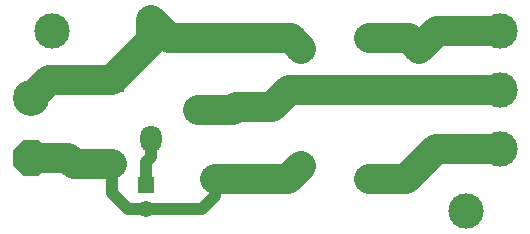
<source format=gbl>
%FSTAX23Y23*%
%MOIN*%
%SFA1B1*%

%IPPOS*%
%AMD17*
4,1,8,-0.060000,-0.024800,-0.024800,-0.060000,0.024800,-0.060000,0.060000,-0.024800,0.060000,0.024800,0.024800,0.060000,-0.024800,0.060000,-0.060000,0.024800,-0.060000,-0.024800,0.0*
%
%AMD20*
4,1,8,0.045300,0.018700,0.018700,0.045300,-0.018700,0.045300,-0.045300,0.018700,-0.045300,-0.018700,-0.018700,-0.045300,0.018700,-0.045300,0.045300,-0.018700,0.045300,0.018700,0.0*
%
%ADD10C,0.039370*%
%ADD11C,0.098425*%
%ADD12C,0.019685*%
%ADD13O,0.070866X0.090551*%
%ADD14C,0.118110*%
%ADD15R,0.078740X0.078740*%
%ADD16C,0.078740*%
G04~CAMADD=17~4~0.0~0.0~1199.9~1199.9~0.0~351.5~0~0.0~0.0~0.0~0.0~0~0.0~0.0~0.0~0.0~0~0.0~0.0~0.0~135.0~1199.9~1199.9*
%ADD17D17*%
%ADD18C,0.120000*%
%ADD19C,0.090551*%
G04~CAMADD=20~4~0.0~0.0~905.7~905.7~0.0~265.3~0~0.0~0.0~0.0~0.0~0~0.0~0.0~0.0~0.0~0~0.0~0.0~0.0~315.0~905.7~905.7*
%ADD20D20*%
%ADD21R,0.055000X0.055000*%
%ADD22C,0.055000*%
%ADD23O,0.098425X0.060000*%
%LNpcb1-1*%
%LPD*%
G54D10*
X00845Y0013D02*
Y00185D01*
X008Y00085D02*
X00845Y0013D01*
X00615Y00085D02*
X008D01*
X00555D02*
X00615D01*
X005Y0014D02*
X00555Y00085D01*
X005Y0014D02*
Y00236D01*
X0063Y00258D02*
Y0032D01*
X00615Y00243D02*
X0063Y00258D01*
X00615Y00165D02*
Y00243D01*
G54D11*
X01092Y00482D02*
X01795D01*
X01035Y00425D02*
X01092Y00482D01*
X00845Y00185D02*
X01087D01*
X01132Y0023*
X01584Y00679D02*
X01795D01*
X01525Y0062D02*
X01584Y00679D01*
X01357Y00655D02*
X0149D01*
X01525Y0062*
X0158Y00285D02*
X01795D01*
X01525Y0023D02*
X0158Y00285D01*
X01357Y00185D02*
X0148D01*
X01525Y0023*
X0029Y00515D02*
X005D01*
X0023Y00455D02*
X0029Y00515D01*
X0063Y00645D02*
Y00715D01*
X005Y00515D02*
X0063Y00645D01*
X00845Y00655D02*
X01097D01*
X01132Y0062*
X0069Y00655D02*
X00845D01*
X0063Y00715D02*
X0069Y00655D01*
X00375Y00236D02*
X005D01*
X00355Y00255D02*
X00375Y00236D01*
X0023Y00255D02*
X00355D01*
X00915Y00425D02*
X01035D01*
X00787Y00415D02*
X00905D01*
G54D12*
X00905Y00415D02*
X00915Y00425D01*
G54D13*
X0063Y00715D03*
Y0032D03*
G54D14*
X01682Y0008D03*
X01795Y00482D03*
Y00285D03*
Y00679D03*
X00302Y0068D03*
G54D15*
X005Y00515D03*
G54D16*
X005Y00236D03*
G54D17*
X0023Y00255D03*
G54D18*
X0023Y00455D03*
G54D19*
X01525Y0062D03*
Y0023D03*
X01035Y00425D03*
G54D20*
X01132Y0062D03*
Y0023D03*
G54D21*
X00615Y00165D03*
G54D22*
X00615Y00085D03*
G54D23*
X01357Y00185D03*
X00787Y00415D03*
X01357Y00655D03*
X00845D03*
Y00185D03*
M02*
</source>
